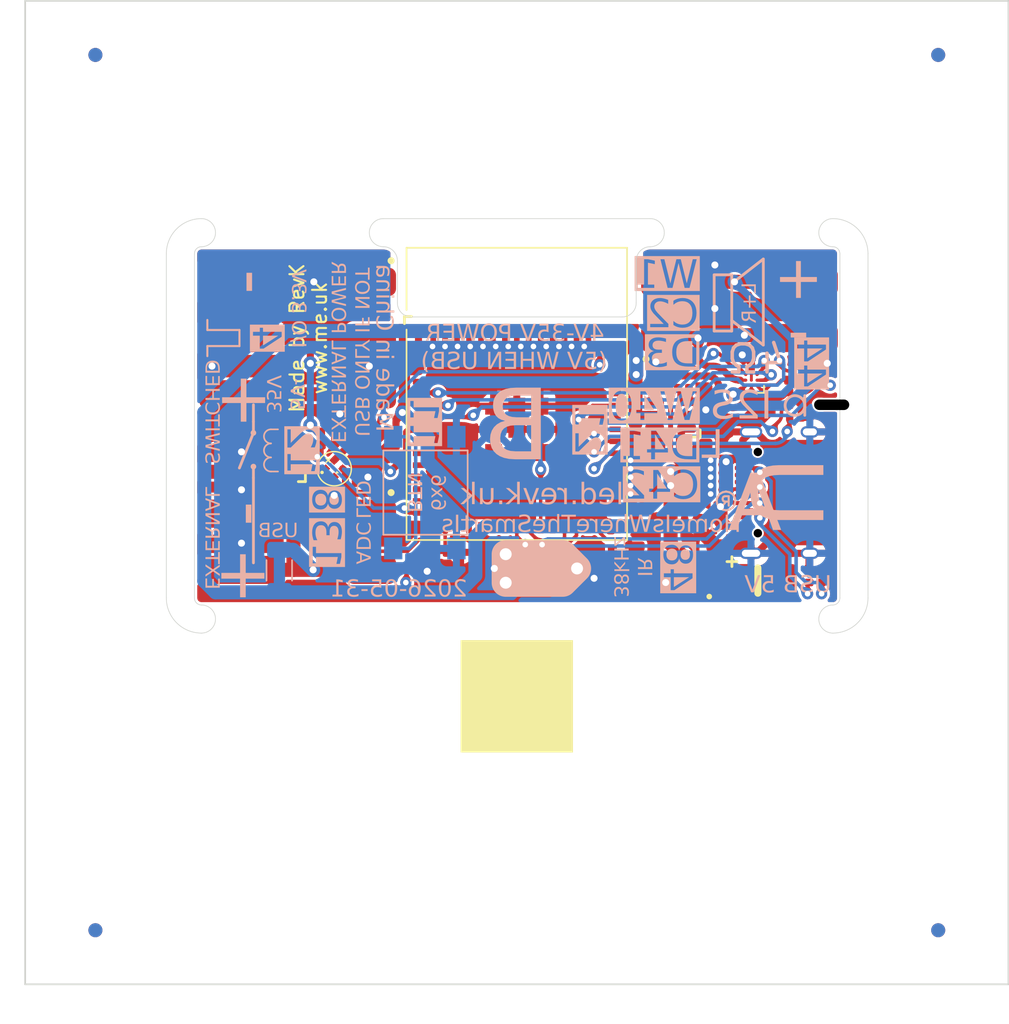
<source format=kicad_pcb>
(kicad_pcb (version 20241129) (generator "pcbnew") (generator_version "9.0")
  (title_block (title "PCB-LED") (rev "1") (company "Adrian Kennard, Andrews & Arnold Ltd"))
  (layers (0 "F.Cu" signal) (2 "B.Cu" signal) (13 "F.Paste" user) (15 "B.Paste" user) (5 "F.SilkS" user "F.Silkscreen") (7 "B.SilkS" user "B.Silkscreen") (1 "F.Mask" user) (3 "B.Mask" user) (25 "Edge.Cuts" user) (39 "User.1" signal) (41 "User.2" signal))
  (net 0 "")
  (net 1 "GND")
  (net 2 "+3V3")
  (net 3 "Net-(J5-CC1)")
  (net 4 "D+")
  (net 5 "D-")
  (net 7 "Net-(J5-CC2)")
  (net 9 "Net-(U6-EN)")
  (net 12 "RELAY")
  (net 13 "ADC")
  (net 19 "DC")
  (net 20 "Net-(J1-Pin_2)")
  (net 28 "Net-(R7-Pad1)")
  (net 29 "MICWS")
  (net 30 "MICSD")
  (net 33 "PUSH")
  (net 34 "MICSCK")
  (net 35 "SKPSCK")
  (net 36 "Net-(J4-Pin_2)")
  (net 37 "SKPPWR")
  (net 38 "Net-(J4-Pin_1)")
  (net 39 "SKPWS")
  (net 40 "SKPSD")
  (net 41 "Net-(J2-Pin_3)")
  (net 42 "Net-(J6-Pin_2)")
  (net 44 "Net-(U2-~{SD_MODE})")
  (net 45 "LED1")
  (net 46 "LED2")
  (net 49 "Net-(U5-VCC)")
  (net 50 "IR")
  (net 51 "SDA")
  (net 52 "SCL")
  (footprint "RevK:L_4x4_" (layer "F.Cu") (at 110.95 99.085)
    (property "Reference" "L2" (hide yes))
    (property "Value" "10uH")
  )
  (footprint "RevK:SO-4_4.4x4.3mm_P2.54mm" (layer "F.Cu") (at 81.05 97.25 90)
    (property "Reference" "U3" (hide yes))
    (property "Value" "Relay")
  )
  (footprint "RevK:DFN1006-2L" (layer "F.Cu") (at 86.5 95.7 180)
    (property "Reference" "D2" (hide yes))
    (property "Value" "~")
  )
  (footprint "RevK:R_0402" (layer "F.Cu") (at 95.5 104.25)
    (property "Reference" "R3" (hide yes))
    (property "Value" "10K" (hide yes))
  )
  (footprint "RevK:R_0402_" (layer "F.Cu") (at 109.15 92.585)
    (property "Reference" "R15" (hide yes))
    (property "Value" "1M" (hide yes))
  )
  (footprint "RevK:C_0603_" (layer "F.Cu") (at 110.95 96.485)
    (property "Reference" "C12" (hide yes))
    (property "Value" "100nF")
  )
  (footprint "RevK:C_0603" (layer "F.Cu") (at 113.75 102 180)
    (property "Reference" "C5" (hide yes))
    (property "Value" "10uF 35V")
  )
  (footprint "RevK:WAGO-2060-452-998-404" (layer "F.Cu") (at 115.2 87 180)
    (property "Reference" "J4" (hide yes))
    (property "Value" "SPK")
  )
  (footprint "RevK:C_0402" (layer "F.Cu") (at 106.8 104.5 -90)
    (property "Reference" "C4" (hide yes))
    (property "Value" "4.7uF" (hide yes))
  )
  (footprint "RevK:VCUT70N" (layer "F.Cu") (at 100 82.5)
    (property "Reference" "V1" (hide yes))
    (property "Value" "~")
  )
  (footprint "RevK:WLP-1.437mmx1.347mm-0.21mm-ball" (layer "F.Cu") (at 116.7 92)
    (property "Reference" "U2" (hide yes))
    (property "Value" "MAX98357A")
  )
  (footprint "RevK:R_0402" (layer "F.Cu") (at 90 95.7 180)
    (property "Reference" "R2" (hide yes))
    (property "Value" "10K" (hide yes))
  )
  (footprint "RevK:CP_EIA-3528-21_Kemet-B" (layer "F.Cu") (at 117.6625 106.2625 180)
    (property "Reference" "C1" (hide yes))
    (property "Value" "220uF Tant")
  )
  (footprint "RevK:R_0402_" (layer "F.Cu") (at 112.750001 92.585)
    (property "Reference" "R14" (hide yes))
    (property "Value" "39k2" (hide yes))
  )
  (footprint "RevK:SMD-4P,4x5mm" (layer "F.Cu") (at 111.3 105.1 180)
    (property "Reference" "U5" (hide yes))
    (property "Value" "IRM-H638T/TR2")
  )
  (footprint "RevK:USB-C-Socket-H" (layer "F.Cu") (at 117.16 100 90)
    (property "Reference" "J5" (hide yes))
    (property "Value" "USB-C-Socket-H")
  )
  (footprint "RevK:R_0402_" (layer "F.Cu") (at 110.95 92.585)
    (property "Reference" "R4" (hide yes))
    (property "Value" "124k" (hide yes))
  )
  (footprint "RevK:SMD1010" (layer "F.Cu") (at 87 98.3 45)
    (property "Reference" "D1" (hide yes))
    (property "Value" "XL-1010RGBC-WS2812B" (hide yes))
  )
  (footprint "RevK:R_0402" (layer "F.Cu") (at 108.2 105.1)
    (property "Reference" "R9" (hide yes))
    (property "Value" "100R" (hide yes))
  )
  (footprint "RevK:C_0402" (layer "F.Cu") (at 118.1 93.75 -90)
    (property "Reference" "C14" (hide yes))
    (property "Value" "100nF" (hide yes))
  )
  (footprint "RevK:C_0402" (layer "F.Cu") (at 88.2 95.7 180)
    (property "Reference" "C9" (hide yes))
    (property "Value" "1uF" (hide yes))
  )
  (footprint "RevK:VCUT70N" (layer "F.Cu") (at 100 108 180)
    (property "Reference" "V2" (hide yes))
    (property "Value" "~")
  )
  (footprint "RevK:R_0402" (layer "F.Cu") (at 93.75 104.25)
    (property "Reference" "R1" (hide yes))
    (property "Value" "124K" (hide yes))
  )
  (footprint "RevK:PCB7070" (layer "F.Cu") (at 100 100)
    (property "Reference" "PCB1" (hide yes))
    (property "Value" "70x70" (hide yes))
    (fp_line (start -35 -35) (end 35 -35) (stroke (width 0.12)) (layer "Edge.Cuts"))
    (fp_line (start -35 35) (end -35 -35) (stroke (width 0.12)) (layer "Edge.Cuts"))
    (fp_line (start 35 -35) (end 35 35) (stroke (width 0.12)) (layer "Edge.Cuts"))
    (fp_line (start 35 35) (end -35 35) (stroke (width 0.12)) (layer "Edge.Cuts"))
  )
  (footprint "RevK:SOT-23-6-MD8942" (layer "F.Cu") (at 110.95 94.485)
    (property "Reference" "U7" (hide yes))
    (property "Value" "MD8942")
  )
  (footprint "RevK:C_0603" (layer "F.Cu") (at 109.2 101.9 180)
    (property "Reference" "C3" (hide yes))
    (property "Value" "22uF")
  )
  (footprint "RevK:R_0402" (layer "F.Cu") (at 120.8 105.9 90)
    (property "Reference" "R5" (hide yes))
    (property "Value" "5K1" (hide yes))
  )
  (footprint "RevK:VEML6040" (layer "F.Cu") (at 102 105.4 180)
    (property "Reference" "U8" (hide yes))
    (property "Value" "VEML6040")
  )
  (footprint "RevK:ICS43434_MEMS_Mic_Open" (layer "F.Cu") (at 120.715 93.75)
    (property "Reference" "U1" (hide yes))
    (property "Value" "ICS43434_MEMS_Mic")
  )
  (footprint "RevK:C_0402" (layer "F.Cu") (at 116.7 93.75 -90)
    (property "Reference" "C13" (hide yes))
    (property "Value" "10uF" (hide yes))
  )
  (footprint "RevK:C_0603_" (layer "F.Cu") (at 108.45 95.785 90)
    (property "Reference" "C10" (hide yes))
    (property "Value" "10uF 35V")
  )
  (footprint "RevK:C_0402" (layer "F.Cu") (at 111.446745 101.979436)
    (property "Reference" "C2" (hide yes))
    (property "Value" "100nF" (hide yes))
  )
  (footprint "RevK:R_0402" (layer "F.Cu") (at 121.7 105.9 -90)
    (property "Reference" "R6" (hide yes))
    (property "Value" "5K1" (hide yes))
  )
  (footprint "RevK:C_0402" (layer "F.Cu") (at 91.35 96.2 -90)
    (property "Reference" "C7" (hide yes))
    (property "Value" "10uF" (hide yes))
  )
  (footprint "RevK:R_0402" (layer "F.Cu") (at 119.8 92)
    (property "Reference" "R8" (hide yes))
    (property "Value" "634K" (hide yes))
  )
  (footprint "RevK:C_0402" (layer "F.Cu") (at 110 91.6 180)
    (property "Reference" "C8" (hide yes))
    (property "Value" "10uF" (hide yes))
  )
  (footprint "RevK:C_0603_" (layer "F.Cu") (at 113.45 95.785 90)
    (property "Reference" "C11" (hide yes))
    (property "Value" "10uF 6.3V")
  )
  (footprint "RevK:R_0402" (layer "F.Cu") (at 84.3 97.45)
    (property "Reference" "R7" (hide yes))
    (property "Value" "1K" (hide yes))
  )
  (footprint "RevK:DFN1006-2L" (layer "F.Cu") (at 85.7 96.6)
    (property "Reference" "D3" (hide yes))
    (property "Value" "~")
  )
  (footprint "RevK:WAGO-2060-452-998-404" (layer "F.Cu") (at 85.05 103.5)
    (property "Reference" "J6" (hide yes))
    (property "Value" "Power")
  )
  (footprint "RevK:ESP32-S3-MINI-1" (layer "F.Cu") (at 100 95.5)
    (property "Reference" "U6" (hide yes))
    (property "Value" "ESP32-S3-MINI-1" (hide yes))
  )
  (footprint "RevK:WAGO-2060-453-998-404" (layer "F.Cu") (at 85.05 89)
    (property "Reference" "J2" (hide yes))
    (property "Value" "LED")
  )
  (footprint "RevK:SW_Push_1P1T_NO_6x6mm" (layer "B.Cu") (at 93.45 100 -90)
    (property "Reference" "SW1" (hide yes))
    (property "Value" "Button")
  )
  (footprint "RevK:Pad_1206_0805_Bridged" (layer "B.Cu") (at 83.1 105.5375 -90)
    (property "Reference" "JP1" (hide yes))
    (property "Value" "PWR")
  )
  (footprint "RevK:AA-Pad" (layer "B.Cu") (at 100 95.5 180)
    (property "Reference" "J1" (hide yes))
    (property "Value" "Reset")
  )
  (footprint "RevK:Tag-Connect_TC2030-IDC-NL_2x03_P1.27mm_Vertical" (layer "B.Cu") (at 101.75 105.4 180)
    (property "Reference" "J3" (hide yes))
    (property "Value" "TC2030-USB-NL-DS")
  )
  (gr_circle (center 87 98.3) (end 88.220656 98.3) (stroke (width 0.1)) (fill no) (layer "F.SilkS"))
  (gr_rect (start 96 110.5) (end 104 118.5) (fill yes) (layer "F.SilkS"))
  (gr_line (start 96.5 103) (end 90.5 103) (stroke (width 0.12)) (layer "B.SilkS"))
  (gr_arc (start 82.5 98.5) (mid 82 98) (end 82.5 97.5) (stroke (width 0.12)) (layer "B.SilkS"))
  (gr_line (start 96.5 97) (end 96.5 103) (stroke (width 0.12)) (layer "B.SilkS"))
  (gr_line (start 81.249991 95.749996) (end 80.250009 98.250003) (stroke (width 0.2)) (layer "B.SilkS"))
  (gr_line (start 117.55 89.5) (end 115.3 87.75) (stroke (width 0.2)) (layer "B.SilkS"))
  (gr_line (start 117.55 83.375) (end 115.3 85.125) (stroke (width 0.2)) (layer "B.SilkS"))
  (gr_line (start 114.05 88.5) (end 115.3 88.5) (stroke (width 0.2)) (layer "B.SilkS"))
  (gr_line (start 81.249991 98.149996) (end 81.249991 98.949996) (stroke (width 0.2)) (layer "B.SilkS"))
  (gr_circle (center 81.249991 95.749996) (end 81.049991 95.749996) (fill yes) (layer "B.SilkS"))
  (gr_line (start 90.5 97) (end 96.5 97) (stroke (width 0.12)) (layer "B.SilkS"))
  (gr_line (start 115.3 84.5) (end 115.3 88.5) (stroke (width 0.2)) (layer "B.SilkS"))
  (gr_line (start 81.249991 94.949996) (end 81.249991 93.749996) (stroke (width 0.2)) (layer "B.SilkS"))
  (gr_line (start 115.3 84.5) (end 114.05 84.5) (stroke (width 0.2)) (layer "B.SilkS"))
  (gr_line (start 81.249991 94.949996) (end 81.249991 95.749996) (stroke (width 0.2)) (layer "B.SilkS"))
  (gr_line (start 83 98.5) (end 82.5 98.5) (stroke (width 0.12)) (layer "B.SilkS"))
  (gr_line (start 90.5 103) (end 90.5 97) (stroke (width 0.12)) (layer "B.SilkS"))
  (gr_circle (center 81.249991 98.149996) (end 81.049991 98.149996) (fill yes) (layer "B.SilkS"))
  (gr_line (start 120.5 94.5) (end 120.5 93.1) (stroke (width 0.2)) (layer "B.SilkS"))
  (gr_line (start 83 95.5) (end 82.5 95.5) (stroke (width 0.12)) (layer "B.SilkS"))
  (gr_circle (center 119.8 93.8) (end 120.5 93.8) (stroke (width 0.2)) (fill no) (layer "B.SilkS"))
  (gr_line (start 117.55 83.375) (end 117.55 89.5) (stroke (width 0.2)) (layer "B.SilkS"))
  (gr_arc (start 82.5 96.5) (mid 82 96) (end 82.5 95.5) (stroke (width 0.12)) (layer "B.SilkS"))
  (gr_arc (start 82.5 97.5) (mid 82 97) (end 82.5 96.5) (stroke (width 0.12)) (layer "B.SilkS"))
  (gr_line (start 81.249991 98.949996) (end 81.249991 105) (stroke (width 0.2)) (layer "B.SilkS"))
  (gr_line (start 114.05 84.5) (end 114.05 88.5) (stroke (width 0.2)) (layer "B.SilkS"))
  (gr_line (start 91.500001 83.5) (end 91.5 86.5) (stroke (width 0.05)) (layer "Edge.Cuts"))
  (gr_line (start 92.5 87.5) (end 107.5 87.5) (stroke (width 0.05)) (layer "Edge.Cuts"))
  (gr_arc (start 77.05 83) (mid 77.196447 82.646447) (end 77.55 82.5) (stroke (width 0.05)) (layer "Edge.Cuts"))
  (gr_arc (start 125 107.5) (mid 124.267767 109.267767) (end 122.5 110) (stroke (width 0.05)) (layer "Edge.Cuts"))
  (gr_arc (start 108.5 83.5) (mid 108.792893 82.792893) (end 109.5 82.5) (stroke (width 0.05)) (layer "Edge.Cuts"))
  (gr_arc (start 92.5 87.5) (mid 91.792893 87.207107) (end 91.5 86.5) (stroke (width 0.05)) (layer "Edge.Cuts"))
  (gr_line (start 125 83) (end 125 107.5) (stroke (width 0.05)) (layer "Edge.Cuts"))
  (gr_arc (start 122.5 110) (mid 121.5 109) (end 122.5 108) (stroke (width 0.05)) (layer "Edge.Cuts"))
  (gr_arc (start 109.5 80.5) (mid 110.5 81.5) (end 109.5 82.5) (stroke (width 0.05)) (layer "Edge.Cuts"))
  (gr_arc (start 122.5 82.5) (mid 122.853553 82.646447) (end 123 83) (stroke (width 0.05)) (layer "Edge.Cuts"))
  (gr_arc (start 123 107.5) (mid 122.853553 107.853553) (end 122.5 108) (stroke (width 0.05)) (layer "Edge.Cuts"))
  (gr_line (start 90.500001 80.5) (end 109.5 80.5) (stroke (width 0.05)) (layer "Edge.Cuts"))
  (gr_line (start 123 83) (end 123 107.5) (stroke (width 0.05)) (layer "Edge.Cuts"))
  (gr_arc (start 77.55 108) (mid 78.55 109) (end 77.55 110) (stroke (width 0.05)) (layer "Edge.Cuts"))
  (gr_arc (start 122.5 80.5) (mid 124.267767 81.232233) (end 125 83) (stroke (width 0.05)) (layer "Edge.Cuts"))
  (gr_arc (start 77.55 108) (mid 77.196447 107.853553) (end 77.05 107.5) (stroke (width 0.05)) (layer "Edge.Cuts"))
  (gr_arc (start 122.5 82.5) (mid 121.5 81.5) (end 122.5 80.5) (stroke (width 0.05)) (layer "Edge.Cuts"))
  (gr_arc (start 75.05 83) (mid 75.782233 81.232233) (end 77.55 80.5) (stroke (width 0.05)) (layer "Edge.Cuts"))
  (gr_line (start 77.05 83) (end 77.05 107.5) (stroke (width 0.05)) (layer "Edge.Cuts"))
  (gr_arc (start 108.5 86.5) (mid 108.207107 87.207107) (end 107.5 87.5) (stroke (width 0.05)) (layer "Edge.Cuts"))
  (gr_arc (start 77.55 80.5) (mid 78.55 81.5) (end 77.55 82.5) (stroke (width 0.05)) (layer "Edge.Cuts"))
  (gr_line (start 108.5 83.5) (end 108.5 86.5) (stroke (width 0.05)) (layer "Edge.Cuts"))
  (gr_line (start 75.05 83) (end 75.05 107.5) (stroke (width 0.05)) (layer "Edge.Cuts"))
  (gr_arc (start 90.500001 82.5) (mid 89.500001 81.5) (end 90.500001 80.5) (stroke (width 0.05)) (layer "Edge.Cuts"))
  (gr_arc (start 90.500001 82.5) (mid 91.207108 82.792893) (end 91.500001 83.5) (stroke (width 0.05)) (layer "Edge.Cuts"))
  (gr_arc (start 77.55 110) (mid 75.782233 109.267767) (end 75.05 107.5) (stroke (width 0.05)) (layer "Edge.Cuts"))
  (gr_text "Made by RevK\nwww.me.uk" (at 86.55 89 90) (layer "F.SilkS") (effects (font (size 1 1)) (justify bottom)))
  (gr_text "HomeIsWhereTheSmartIs" (at 105.3 102.3 0) (layer "B.SilkS") (effects (font (size 1.2 1.2)) (justify mirror)))
  (gr_text "5V-\n35V" (at 84.9 93 270) (layer "B.SilkS") (effects (font (size 1 1)) (justify top mirror)))
  (gr_text "C42" (at 113 99.6 0) (layer "B.SilkS" knockout) (effects (font (size 2 2)) (justify left mirror)))
  (gr_text "D41" (at 113.05 96.8 0) (layer "B.SilkS" knockout) (effects (font (size 2 2)) (justify left mirror)))
  (gr_text "L+R" (at 116.6 86.5 90) (layer "B.SilkS") (effects (font (size 1 1)) (justify mirror)))
  (gr_text "LED" (at 89 100.5 270) (layer "B.SilkS") (effects (font (size 1 1)) (justify mirror)))
  (gr_text "IR\n38kHz" (at 108.2 105.3 270) (layer "B.SilkS") (effects (font (size 1 1)) (justify mirror)))
  (gr_text "12" (at 84.5 97 270) (layer "B.SilkS" knockout) (effects (font (size 2 2)) (justify mirror)))
  (gr_text "6x6\nBTN" (at 93.5 100 270) (layer "B.SilkS") (effects (font (size 1 1)) (justify mirror)))
  (gr_text "44" (at 120.8 90.8 -90) (layer "B.SilkS" knockout) (effects (font (size 2 2)) (justify mirror)))
  (gr_text "4V-35V POWER" (at 99.85 88 0) (layer "B.SilkS") (effects (font (size 1.2 1.2)) (justify top mirror)))
  (gr_text "C2" (at 112.95 87.4 0) (layer "B.SilkS" knockout) (effects (font (size 2 2)) (justify left mirror)))
  (gr_text "-" (at 120.05 88.7 0) (layer "B.SilkS") (effects (font (size 3 3)) (justify mirror)))
  (gr_text "${CURRENT_DATE}" (at 91.6 106.2 0) (layer "B.SilkS") (effects (font (size 1.2 1.2)) (justify top mirror)))
  (gr_text "-" (at 80.8 101.5 90) (layer "B.SilkS") (effects (font (size 3.5 3.5)) (justify mirror)))
  (gr_text "+" (at 80.55 93.5 0) (layer "B.SilkS") (effects (font (size 3.5 3.5)) (justify mirror)))
  (gr_text "U" (at 118.8 100 -90) (layer "B.SilkS") (effects (font (size 5 5)) (justify mirror)))
  (gr_text "I/O 3.3V" (at 85 86.9 270) (layer "B.SilkS") (effects (font (size 1 1)) (justify top mirror)))
  (gr_text "21" (at 105 95.5 -90) (layer "B.SilkS" knockout) (effects (font (size 2 2)) (justify mirror)))
  (gr_text "4" (at 82.05 89 270) (layer "B.SilkS" knockout) (effects (font (size 2 2)) (justify mirror)))
  (gr_text "8" (at 86.3 100.5 270) (layer "B.SilkS" knockout) (effects (font (size 2 2)) (justify mirror)))
  (gr_text "®" (at 115.85 101.2 0) (layer "B.SilkS") (effects (font (size 1 1)) (justify left bottom mirror)))
  (gr_text "+" (at 80.5 106 0) (layer "B.SilkS") (effects (font (size 3.5 3.5)) (justify mirror)))
  (gr_text "I2S" (at 113.8 93.9 0) (layer "B.SilkS") (effects (font (size 2 2)) (justify right mirror)))
  (gr_text "led.revk.uk" (at 101.8 100.2 0) (layer "B.SilkS") (effects (font (size 1.5 1.5)) (justify mirror)))
  (gr_text "W1" (at 112.9 84.6 0) (layer "B.SilkS" knockout) (effects (font (size 2 2)) (justify left mirror)))
  (gr_text "USB ONLY IF NOT\nEXTERNAL POWER" (at 89.5 90 270) (layer "B.SilkS") (effects (font (size 1 1)) (justify top mirror)))
  (gr_text "-" (at 80.85 85 90) (layer "B.SilkS") (effects (font (size 3.5 3.5)) (justify mirror)))
  (gr_text "W40" (at 112.9 94 0) (layer "B.SilkS" knockout) (effects (font (size 2 2)) (justify left mirror)))
  (gr_text "4Ω" (at 117.05 90.5 0) (layer "B.SilkS") (effects (font (size 2 2) (thickness 0.25)) (justify mirror)))
  (gr_text "EXTERNAL" (at 78.25 103.25 270) (layer "B.SilkS") (effects (font (size 1 1)) (justify mirror)))
  (gr_text "L" (at 113.15 96.7 0) (layer "B.SilkS") (effects (font (size 2 2)) (justify right mirror)))
  (gr_text "13" (at 86.3 103.6 270) (layer "B.SilkS" knockout) (effects (font (size 2 2)) (justify mirror)))
  (gr_text "USB 5V" (at 119.3 105.9 0) (layer "B.SilkS") (effects (font (size 1.2 1.2)) (justify top mirror)))
  (gr_text "+" (at 120.05 84.9 0) (layer "B.SilkS") (effects (font (size 3 3)) (justify mirror)))
  (gr_text "Made in China" (at 90.5 89.7 -90) (layer "B.SilkS") (effects (font (size 1.2 1.2)) (justify mirror)))
  (gr_text "SWITCHED" (at 78.25 94.25 270) (layer "B.SilkS") (effects (font (size 1 1)) (justify mirror)))
  (gr_text "(5V WHEN USB)" (at 99.8 90 0) (layer "B.SilkS") (effects (font (size 1.2 1.2)) (justify top mirror)))
  (gr_text "D3" (at 113.05 90.2 0) (layer "B.SilkS" knockout) (effects (font (size 2 2)) (justify left mirror)))
  (gr_text "⎍" (at 79.35 89 -90) (layer "B.SilkS") (effects (font (size 3 3)) (justify mirror)))
  (gr_text "48" (at 111.3 105.3 270) (layer "B.SilkS" knockout) (effects (font (size 2 2)) (justify mirror)))
  (gr_text "USB" (at 83 102.75 0) (layer "B.SilkS") (effects (font (size 1 1)) (justify mirror)))
  (gr_text "ADC" (at 89 103.6 270) (layer "B.SilkS") (effects (font (size 1 1)) (justify mirror)))
  (gr_text "A" (at 116.95 101 0) (layer "B.SilkS") (effects (font (size 4 4)) (justify mirror)))
  (gr_text "11" (at 93.25 95 -90) (layer "B.SilkS" knockout) (effects (font (size 2 2)) (justify mirror)))
  (segment (start 116.098994 90.198994) (end 116.7 90.8) (width 0.5) (layer "F.Cu") (net 1))
  (segment (start 93 102.5) (end 90.65 102.5) (width 1) (layer "F.Cu") (net 1))
  (segment (start 117.32 94.25) (end 117.135 94.435) (width 0.5) (layer "F.Cu") (net 1))
  (segment (start 80.4 101.5) (end 80.4 103.6) (width 1) (layer "F.Cu") (net 1))
  (segment (start 88.3 101.5) (end 87 100.2) (width 1) (layer "F.Cu") (net 1))
  (segment (start 91.35 96.7) (end 90.8 96.7) (width 0.5) (layer "F.Cu") (net 1))
  (segment (start 116.198132 90.198994) (end 116.04914 90.198994) (width 0.5) (layer "F.Cu") (net 1))
  (segment (start 117.07 104.32) (end 120.3 101.09) (width 0.5) (layer "F.Cu") (net 1))
  (segment (start 117.135 95.215) (end 117.135 94.6) (width 0.5) (layer "F.Cu") (net 1))
  (segment (start 114.8 95.01) (end 116 95.01) (width 0.5) (layer "F.Cu") (net 1))
  (segment (start 118.1 94.25) (end 117.485 94.25) (width 0.5) (layer "F.Cu") (net 1))
  (segment (start 117.1 94.25) (end 118.1 94.25) (width 0.5) (layer "F.Cu") (net 1))
  (segment (start 116.67 103.78) (end 116.09 103.2) (width 0.5) (layer "F.Cu") (net 1))
  (segment (start 116.04914 90.198994) (end 116.098994 90.198994) (width 0.5) (layer "F.Cu") (net 1))
  (segment (start 117.485 94.25) (end 117.135 94.6) (width 0.5) (layer "F.Cu") (net 1))
  (segment (start 117.135 94.435) (end 116.56 95.01) (width 0.5) (layer "F.Cu") (net 1))
  (segment (start 87.025 96.475) (end 87.025 95.7) (width 0.5) (layer "F.Cu") (net 1))
  (segment (start 116.67 104.32) (end 116.67 103.78) (width 0.5) (layer "F.Cu") (net 1))
  (segment (start 118.1 94.25) (end 117.32 94.25) (width 0.5) (layer "F.Cu") (net 1))
  (segment (start 114.2 103.83) (end 116.18 103.83) (width 1) (layer "F.Cu") (net 1))
  (segment (start 89.65 101.5) (end 88.3 101.5) (width 1) (layer "F.Cu") (net 1))
  (segment (start 116.67 94.68) (end 117.1 94.25) (width 0.5) (layer "F.Cu") (net 1))
  (segment (start 114.670542 95.01) (end 113.45 95.01) (width 0.5) (layer "F.Cu") (net 1))
  (segment (start 117.07 95.72208) (end 120.25792 98.91) (width 0.5) (layer "F.Cu") (net 1))
  (segment (start 87 98.901041) (end 87 100.2) (width 0.5) (layer "F.Cu") (net 1))
  (segment (start 116.7 94.25) (end 117.1 94.25) (width 0.5) (layer "F.Cu") (net 1))
  (segment (start 116.7 90.8) (end 116.7 91.206909) (width 0.5) (layer "F.Cu") (net 1))
  (segment (start 80.4 85) (end 85.55 85) (width 1) (layer "F.Cu") (net 1))
  (segment (start 116.7 94.25) (end 116.298031 94.651969) (width 0.5) (layer "F.Cu") (net 1))
  (segment (start 116.67 95.68) (end 118.1 94.25) (width 0.5) (layer "F.Cu") (net 1))
  (segment (start 116.56 95.01) (end 116.67 94.9) (width 0.5) (layer "F.Cu") (net 1))
  (segment (start 90.65 102.5) (end 89.65 101.5) (width 1) (layer "F.Cu") (net 1))
  (segment (start 115.028573 94.651969) (end 114.670542 95.01) (width 0.5) (layer "F.Cu") (net 1))
  (segment (start 114.8 95.01) (end 113.45 95.01) (width 0.5) (layer "F.Cu") (net 1))
  (segment (start 87.8 95.7) (end 87.025 95.7) (width 0.5) (layer "F.Cu") (net 1))
  (segment (start 104.15 93.85) (end 101.65 93.85) (width 0.5) (layer "F.Cu") (net 1))
  (segment (start 85.55 85) (end 89.65 85) (width 1) (layer "F.Cu") (net 1))
  (segment (start 89.4 98.1) (end 89.4 98.9) (width 0.5) (layer "F.Cu") (net 1))
  (segment (start 85.275 96.6) (end 84.67 96.6) (width 0.5) (layer "F.Cu") (net 1))
  (segment (start 117.135 94.6) (end 117.135 94.435) (width 0.5) (layer "F.Cu") (net 1))
  (segment (start 116.09 96.8) (end 116.09 96.26) (width 0.5) (layer "F.Cu") (net 1))
  (segment (start 116.67 95.68) (end 116.67 94.9) (width 0.5) (layer "F.Cu") (net 1))
  (segment (start 114.8 95.01) (end 116.56 95.01) (width 0.5) (layer "F.Cu") (net 1))
  (segment (start 116.67 94.28) (end 116.7 94.25) (width 0.5) (layer "F.Cu") (net 1))
  (segment (start 107 92.1) (end 105.9 92.1) (width 0.5) (layer "F.Cu") (net 1))
  (segment (start 87.7 95.7) (end 87.7 94.7) (width 0.5) (layer "F.Cu") (net 1))
  (segment (start 116.67 94.9) (end 116.67 94.28) (width 0.5) (layer "F.Cu") (net 1))
  (segment (start 116.7 92) (end 116.7 91.3) (width 0.2) (layer "F.Cu") (net 1))
  (segment (start 87.7 94.7) (end 87.4 94.4) (width 0.5) (layer "F.Cu") (net 1))
  (segment (start 116.18 103.83) (end 116.67 104.32) (width 1) (layer "F.Cu") (net 1))
  (segment (start 80.4 101.5) (end 80.4 99.8) (width 1) (layer "F.Cu") (net 1))
  (segment (start 105.9 92.1) (end 104.15 93.85) (width 0.5) (layer "F.Cu") (net 1))
  (segment (start 116.7 94.25) (end 115.94 95.01) (width 0.5) (layer "F.Cu") (net 1))
  (segment (start 116.298031 94.651969) (end 115.028573 94.651969) (width 0.5) (layer "F.Cu") (net 1))
  (segment (start 112.975 102) (end 112.975 102.605) (width 1) (layer "F.Cu") (net 1))
  (segment (start 116 95.01) (end 116.67 95.68) (width 0.5) (layer "F.Cu") (net 1))
  (segment (start 116.67 95.68) (end 116.67 94.68) (width 0.5) (layer "F.Cu") (net 1))
  (segment (start 84.67 96.6) (end 84.05 95.98) (width 0.5) (layer "F.Cu") (net 1))
  (segment (start 90.8 96.7) (end 89.4 98.1) (width 0.5) (layer "F.Cu") (net 1))
  (segment (start 116.09 96.26) (end 116.67 95.68) (width 0.5) (layer "F.Cu") (net 1))
  (segment (start 86.9 96.6) (end 87.025 96.475) (width 0.5) (layer "F.Cu") (net 1))
  (segment (start 116.67 95.68) (end 117.135 95.215) (width 0.5) (layer "F.Cu") (net 1))
  (segment (start 112.975 102.605) (end 114.2 103.83) (width 1) (layer "F.Cu") (net 1))
  (via (at 87 100.2) (size 1) (drill 0.5) (layers "F.Cu" "B.Cu") (net 1))
  (via (at 105.5 106.1) (size 1) (drill 0.5) (layers "F.Cu" "B.Cu") (net 1))
  (via (at 87.4 94.4) (size 1) (drill 0.5) (layers "F.Cu" "B.Cu") (net 1))
  (via (at 108.1 98.9) (size 0.8) (drill 0.4) (layers "F.Cu" "B.Cu") (net 1))
  (via (at 109.9 90.7) (size 1) (drill 0.5) (layers "F.Cu" "B.Cu") (net 1))
  (via (at 113.8 97.7) (size 0.8) (drill 0.4) (layers "F.Cu" "B.Cu") (net 1))
  (via (at 113.8 98.3) (size 0.8) (drill 0.4) (layers "F.Cu" "B.Cu") (net 1))
  (via (at 113.8 100.1) (size 0.8) (drill 0.4) (layers "F.Cu" "B.Cu") (net 1))
  (via (at 102.09147 89.6) (size 0.8) (drill 0.4) (layers "F.Cu" "B.Cu") (net 1))
  (via (at 101.183917 89.6) (size 0.8) (drill 0.4) (layers "F.Cu" "B.Cu") (net 1))
  (via (at 122.1 90.8) (size 1) (drill 0.5) (layers "F.Cu" "B.Cu") (net 1))
  (via (at 114.1 83.8) (size 1) (drill 0.5) (layers "F.Cu" "B.Cu") (net 1))
  (via (at 104.8 89.6) (size 0.8) (drill 0.4) (layers "F.Cu" "B.Cu") (net 1))
  (via (at 78.3 91) (size 1) (drill 0.5) (layers "F.Cu" "B.Cu") (net 1))
  (via (at 114.1 86.9) (size 1) (drill 0.5) (layers "F.Cu" "B.Cu") (net 1))
  (via (at 98.4 105.4) (size 1) (drill 0.5) (layers "F.Cu" "B.Cu") (net 1))
  (via (at 100.284272 89.6) (size 0.8) (drill 0.4) (layers "F.Cu" "B.Cu") (net 1))
  (via (at 108.1 97.7) (size 0.8) (drill 0.4) (layers "F.Cu" "B.Cu") (net 1))
  (via (at 93.617346 105.6) (size 1) (drill 0.5) (layers "F.Cu" "B.Cu") (net 1))
  (via (at 80.4 97.1) (size 1) (drill 0.5) (layers "F.Cu" "B.Cu") (net 1))
  (via (at 103 89.6) (size 0.8) (drill 0.4) (layers "F.Cu" "B.Cu") (net 1))
  (via (at 113.454695 94.110669) (size 1) (drill 0.5) (layers "F.Cu" "B.Cu") (net 1))
  (via (at 94 89.6) (size 0.8) (drill 0.4) (layers "F.Cu" "B.Cu") (net 1))
  (via (at 116.04914 90.198994) (size 1) (drill 0.5) (layers "F.Cu" "B.Cu") (net 1))
  (via (at 98.5 89.6) (size 0.8) (drill 0.4) (layers "F.Cu" "B.Cu") (net 1))
  (via (at 108.1 100.1) (size 0.8) (drill 0.4) (layers "F.Cu" "B.Cu") (net 1))
  (via (at 108.1 99.5) (size 0.8) (drill 0.4) (layers "F.Cu" "B.Cu") (net 1))
  (via (at 113.8 99.5) (size 0.8) (drill 0.4) (layers "F.Cu" "B.Cu") (net 1))
  (via (at 96.683917 89.6) (size 0.8) (drill 0.4) (layers "F.Cu" "B.Cu") (net 1))
  (via (at 108.1 98.3) (size 0.8) (drill 0.4) (layers "F.Cu" "B.Cu") (net 1))
  (via (at 103.9 89.6) (size 0.8) (drill 0.4) (layers "F.Cu" "B.Cu") (net 1))
  (via (at 97.59147 89.6) (size 0.8) (drill 0.4) (layers "F.Cu" "B.Cu") (net 1))
  (via (at 113.8 98.9) (size 0.8) (drill 0.4) (layers "F.Cu" "B.Cu") (net 1))
  (via (at 80.4 99.8) (size 1) (drill 0.5) (layers "F.Cu" "B.Cu") (net 1))
  (via (at 89.4 98.9) (size 1) (drill 0.5) (layers "F.Cu" "B.Cu") (net 1))
  (via (at 94.890546 89.6) (size 0.8) (drill 0.4) (layers "F.Cu" "B.Cu") (net 1))
  (via (at 85.55 85) (size 1) (drill 0.5) (layers "F.Cu" "B.Cu") (net 1))
  (via (at 95.784272 89.6) (size 0.8) (drill 0.4) (layers "F.Cu" "B.Cu") (net 1))
  (via (at 99.390546 89.6) (size 0.8) (drill 0.4) (layers "F.Cu" "B.Cu") (net 1))
  (via (at 89.5 91) (size 1) (drill 0.5) (layers "F.Cu" "B.Cu") (net 1))
  (via (at 110.6 106.4) (size 1) (drill 0.5) (layers "F.Cu" "B.Cu") (net 1))
  (via (at 80.4 103.6) (size 1) (drill 0.5) (layers "F.Cu" "B.Cu") (net 1))
  (segment (start 99.845 105.4) (end 100.48 106.035) (width 0.5) (layer "B.Cu") (net 1))
  (segment (start 98.4 105.4) (end 99.845 105.4) (width 0.5) (layer "B.Cu") (net 1))
  (segment (start 118.1 93.25) (end 118.492768 93.25) (width 0.5) (layer "F.Cu") (net 2))
  (segment (start 90.5 95.7) (end 91.4 95.7) (width 0.5) (layer "F.Cu") (net 2))
  (segment (start 110.45 92.585) (end 110.45 91.65) (width 0.5) (layer "F.Cu") (net 2))
  (segment (start 92.05 91.25) (end 92 91.3) (width 0.8) (layer "F.Cu") (net 2))
  (segment (start 112.4 105.1) (end 114.9625 105.1) (width 1) (layer "F.Cu") (net 2))
  (segment (start 110.946745 101.979436) (end 110.946745 103.646745) (width 1) (layer "F.Cu") (net 2))
  (segment (start 110.95 99.5) (end 111.448102 99.5) (width 1) (layer "F.Cu") (net 2))
  (segment (start 114.9625 105.1) (end 116.125 106.2625) (width 1) (layer "F.Cu") (net 2))
  (segment (start 101.05 105.75) (end 101.325 105.75) (width 0.25) (layer "F.Cu") (net 2))
  (segment (start 91.4 94.75) (end 91.85 94.3) (width 0.5) (layer "F.Cu") (net 2))
  (segment (start 109.425 106.756956) (end 109.425 105.825) (width 0.25) (layer "F.Cu") (net 2))
  (segment (start 110.95 98.5) (end 110.95 99.001898) (width 1) (layer "F.Cu") (net 2))
  (segment (start 110.1 105.1) (end 111.25 103.95) (width 0.25) (layer "F.Cu") (net 2))
  (segment (start 93 91.25) (end 92.05 91.25) (width 0.8) (layer "F.Cu") (net 2))
  (segment (start 110.946745 103.646745) (end 111.25 103.95) (width 1) (layer "F.Cu") (net 2))
  (segment (start 113.664855 91.702515) (end 113.575 91.7) (width 0.5) (layer "F.Cu") (net 2))
  (segment (start 109.975 101.9) (end 110.867309 101.9) (width 1) (layer "F.Cu") (net 2))
  (segment (start 109.425 105.825) (end 108.7 105.1) (width 0.25) (layer "F.Cu") (net 2))
  (segment (start 91.4 95.7) (end 91.4 94.75) (width 0.5) (layer "F.Cu") (net 2))
  (segment (start 88.228959 96.47) (end 89.93 96.47) (width 0.5) (layer "F.Cu") (net 2))
  (segment (start 92 91.3) (end 92 94.15) (width 0.8) (layer "F.Cu") (net 2))
  (segment (start 87 97.698959) (end 88.228959 96.47) (width 0.5) (layer "F.Cu") (net 2))
  (segment (start 114.372485 92.410145) (end 114.332496 92.234941) (width 0.5) (layer "F.Cu") (net 2))
  (segment (start 115.431539 93.95) (end 115.331586 93.95) (width 0.5) (layer "F.Cu") (net 2))
  (segment (start 116.7 93.25) (end 116.7 92.793091) (width 0.5) (layer "F.Cu") (net 2))
  (segment (start 114.332496 92.234941) (end 114.254522 92.073028) (width 0.5) (layer "F.Cu") (net 2))
  (segment (start 101.325 105.75) (end 102.62 107.045) (width 0.25) (layer "F.Cu") (net 2))
  (segment (start 114.142475 91.932525) (end 114.001972 91.820478) (width 0.5) (layer "F.Cu") (net 2))
  (segment (start 114.001972 91.820478) (end 113.990597 91.815) (width 0.5) (layer "F.Cu") (net 2))
  (segment (start 110.95 98.5) (end 111.037686 98.5) (width 1) (layer "F.Cu") (net 2))
  (segment (start 90.5 95.9) (end 90.5 95.7) (width 0.5) (layer "F.Cu") (net 2))
  (segment (start 116.7 93.25) (end 116.511977 93.25) (width 0.5) (layer "F.Cu") (net 2))
  (segment (start 110.95 99.001898) (end 111.448102 99.5) (width 1) (layer "F.Cu") (net 2))
  (segment (start 114.375 92.41266) (end 114.372485 92.410145) (width 0.5) (layer "F.Cu") (net 2))
  (segment (start 108.7 105.1) (end 110.1 105.1) (width 0.25) (layer "F.Cu") (net 2))
  (segment (start 110.6 91.7) (end 110.5 91.6) (width 0.5) (layer "F.Cu") (net 2))
  (segment (start 92 94.15) (end 91.85 94.3) (width 0.8) (layer "F.Cu") (net 2))
  (segment (start 110.946745 101.979436) (end 110.946745 99.1) (width 1) (layer "F.Cu") (net 2))
  (segment (start 113.990597 91.815) (end 113.840059 91.742504) (width 0.5) (layer "F.Cu") (net 2))
  (segment (start 114.375 93.028769) (end 114.375 92.41266) (width 0.5) (layer "F.Cu") (net 2))
  (segment (start 113.575 91.7) (end 110.6 91.7) (width 0.5) (layer "F.Cu") (net 2))
  (segment (start 112.45 99.085) (end 110.961745 99.085) (width 1) (layer "F.Cu") (net 2))
  (segment (start 118.980448 93.034553) (end 118.957501 93.057501) (width 0.5) (layer "F.Cu") (net 2))
  (segment (start 114.254522 92.073028) (end 114.142475 91.932525) (width 0.5) (layer "F.Cu") (net 2))
  (segment (start 102.62 107.045) (end 109.136956 107.045) (width 0.25) (layer "F.Cu") (net 2))
  (segment (start 89.93 96.47) (end 90.5 95.9) (width 0.5) (layer "F.Cu") (net 2))
  (segment (start 110.45 91.65) (end 110.5 91.6) (width 0.5) (layer "F.Cu") (net 2))
  (segment (start 111.25 103.95) (end 112.4 105.1) (width 1) (layer "F.Cu") (net 2))
  (segment (start 116.76562 93.277181) (end 118.03438 93.277181) (width 0.5) (layer "F.Cu") (net 2))
  (segment (start 116.734657 93.274187) (end 116.76562 93.277181) (width 0.5) (layer "F.Cu") (net 2))
  (segment (start 119.4 92.824) (end 119.426 92.85) (width 0.5) (layer "F.Cu") (net 2))
  (segment (start 113.840059 91.742504) (end 113.664855 91.702515) (width 0.5) (layer "F.Cu") (net 2))
  (segment (start 116.511977 93.25) (end 116.080989 93.680989) (width 0.5) (layer "F.Cu") (net 2))
  (segment (start 110.867309 101.9) (end 110.946745 101.979436) (width 1) (layer "F.Cu") (net 2))
  (segment (start 110.961745 99.085) (end 110.946745 99.1) (width 1) (layer "F.Cu") (net 2))
  (segment (start 109.136956 107.045) (end 109.425 106.756956) (width 0.25) (layer "F.Cu") (net 2))
  (via (at 91.85 94.3) (size 1) (drill 0.5) (layers "F.Cu" "B.Cu") (net 2))
  (via (at 110.95 99.5) (size 1) (drill 0.5) (layers "F.Cu" "B.Cu") (net 2))
  (via (at 110.95 98.5) (size 1) (drill 0.5) (layers "F.Cu" "B.Cu") (net 2))
  (arc (start 111.037686 98.5) (mid 111.802025 98.652037) (end 112.45 99.085) (width 1) (layer "F.Cu") (net 2))
  (arc (start 118.03438 93.277181) (mid 118.069893 93.270117) (end 118.1 93.25) (width 0.5) (layer "F.Cu") (net 2))
  (arc (start 115.331586 93.95) (mid 114.955949 93.875281) (end 114.6375 93.6625) (width 0.5) (layer "F.Cu") (net 2))
  (arc (start 111.448102 99.5) (mid 111.990325 99.392145) (end 112.45 99.085) (width 1) (layer "F.Cu") (net 2))
  (arc (start 116.080989 93.680989) (mid 115.783019 93.880086) (end 115.431539 93.95) (width 0.5) (layer "F.Cu") (net 2))
  (arc (start 119.426 92.85) (mid 119.184869 92.897964) (end 118.980448 93.034553) (width 0.5) (layer "F.Cu") (net 2))
  (arc (start 118.492768 93.25) (mid 118.74428 93.199971) (end 118.957501 93.057501) (width 0.5) (layer "F.Cu") (net 2))
  (arc (start 114.6375 93.6625) (mid 114.443221 93.371742) (end 114.375 93.028769) (width 0.5) (layer "F.Cu") (net 2))
  (segment (start 91.85 94.3) (end 91.9 94.3) (width 1) (layer "B.Cu") (net 2))
  (segment (start 109.25 101.2) (end 97.077486 101.2) (width 1) (layer "B.Cu") (net 2))
  (segment (start 110.95 99.5) (end 109.25 101.2) (width 1) (layer "B.Cu") (net 2))
  (segment (start 91.9 94.3) (end 93.65 96.05) (width 1) (layer "B.Cu") (net 2))
  (segment (start 93.65 97.772514) (end 94.738743 98.861257) (width 1) (layer "B.Cu") (net 2))
  (segment (start 93.65 96.05) (end 93.65 97.772514) (width 1) (layer "B.Cu") (net 2))
  (segment (start 97.077486 101.2) (end 94.738743 98.861257) (width 1) (layer "B.Cu") (net 2))
  (segment (start 110.95 99.5) (end 110.95 98.5) (width 1) (layer "B.Cu") (net 2))
  (segment (start 116.09 101.25) (end 116.75 101.25) (width 0.25) (layer "F.Cu") (net 3))
  (segment (start 116.75 101.25) (end 117.3 101.8) (width 0.25) (layer "F.Cu") (net 3))
  (segment (start 120.7 107.2) (end 120.7 106.5) (width 0.25) (layer "F.Cu") (net 3))
  (via (at 117.3 101.8) (size 0.8) (drill 0.4) (layers "F.Cu" "B.Cu") (net 3))
  (via (at 120.7 107.2) (size 0.8) (drill 0.4) (layers "F.Cu" "B.Cu") (net 3))
  (segment (start 119.435 104.387183) (end 119.435 105.935) (width 0.25) (layer "B.Cu") (net 3))
  (segment (start 117.3 101.8) (end 117.3 102.252183) (width 0.25) (layer "B.Cu") (net 3))
  (segment (start 119.435 105.935) (end 120.7 107.2) (width 0.25) (layer "B.Cu") (net 3))
  (segment (start 117.3 102.252183) (end 119.435 104.387183) (width 0.25) (layer "B.Cu") (net 3))
  (segment (start 116.95 99.25) (end 117.3 99.6) (width 0.25) (layer "F.Cu") (net 4))
  (segment (start 116.09 100.25) (end 116.774695 100.25) (width 0.25) (layer "F.Cu") (net 4))
  (segment (start 117.3 99.724695) (end 117.3 99.6) (width 0.25) (layer "F.Cu") (net 4))
  (segment (start 116.774695 100.25) (end 117.3 99.724695) (width 0.25) (layer "F.Cu") (net 4))
  (segment (start 116.09 99.25) (end 116.95 99.25) (width 0.25) (layer "F.Cu") (net 4))
  (segment (start 100.85 102.75) (end 101.8 103.7) (width 0.25) (layer "F.Cu") (net 4))
  (via (at 117.3 99.6) (size 0.8) (drill 0.4) (layers "F.Cu" "B.Cu") (net 4))
  (via (at 101.8 103.7) (size 0.8) (drill 0.4) (layers "F.Cu" "B.Cu") (net 4))
  (segment (start 117.2 99.6) (end 113.5 103.3) (width 0.25) (layer "B.Cu") (net 4))
  (segment (start 101.8 103.7) (end 101.8 104.715) (width 0.25) (layer "B.Cu") (net 4))
  (segment (start 102.2 103.3) (end 101.8 103.7) (width 0.25) (layer "B.Cu") (net 4))
  (segment (start 117.3 99.6) (end 117.2 99.6) (width 0.25) (layer "B.Cu") (net 4))
  (segment (start 113.5 103.3) (end 102.2 103.3) (width 0.25) (layer "B.Cu") (net 4))
  (segment (start 115.195 100.007236) (end 115.195 100.492764) (width 0.25) (layer "F.Cu") (net 5))
  (segment (start 115.452236 100.75) (end 116.09 100.75) (width 0.25) (layer "F.Cu") (net 5))
  (segment (start 116.09 99.75) (end 115.452236 99.75) (width 0.25) (layer "F.Cu") (net 5))
  (segment (start 100 103.1) (end 100 102.5) (width 0.25) (layer "F.Cu") (net 5))
  (segment (start 116.09 100.75) (end 117.25 100.75) (width 0.25) (layer "F.Cu") (net 5))
  (segment (start 117.25 100.75) (end 117.3 100.7) (width 0.25) (layer "F.Cu") (net 5))
  (segment (start 117.15 100.75) (end 117.3 100.9) (width 0.25) (layer "F.Cu") (net 5))
  (segment (start 100.6 103.7) (end 100 103.1) (width 0.25) (layer "F.Cu") (net 5))
  (segment (start 115.452236 99.75) (end 115.195 100.007236) (width 0.25) (layer "F.Cu") (net 5))
  (segment (start 115.195 100.492764) (end 115.452236 100.75) (width 0.25) (layer "F.Cu") (net 5))
  (via (at 117.3 100.75) (size 0.8) (drill 0.4) (layers "F.Cu" "B.Cu") (net 5))
  (via (at 100.6 103.7) (size 0.8) (drill 0.4) (layers "F.Cu" "B.Cu") (net 5))
  (segment (start 100.48 103.82) (end 100.6 103.7) (width 0.25) (layer "B.Cu") (net 5))
  (segment (start 117.3 100.7) (end 117.395 100.7) (width 0.25) (layer "B.Cu") (net 5))
  (segment (start 113.7 103.8) (end 116.75 100.75) (width 0.25) (layer "B.Cu") (net 5))
  (segment (start 103.02 104.765) (end 103.02 103.98) (width 0.25) (layer "B.Cu") (net 5))
  (segment (start 100.48 104.765) (end 101.75 106.035) (width 0.25) (layer "B.Cu") (net 5))
  (segment (start 116.75 100.75) (end 117.3 100.75) (width 0.25) (layer "B.Cu") (net 5))
  (segment (start 103.02 103.98) (end 103.2 103.8) (width 0.25) (layer "B.Cu") (net 5))
  (segment (start 103.02 104.765) (end 101.75 106.035) (width 0.25) (layer "B.Cu") (net 5))
  (segment (start 100.48 104.765) (end 100.48 103.82) (width 0.25) (layer "B.Cu") (net 5))
  (segment (start 103.2 103.8) (end 113.7 103.8) (width 0.25) (layer "B.Cu") (net 5))
  (segment (start 121.7 107.2) (end 121.7 106.4) (width 0.25) (layer "F.Cu") (net 7))
  (segment (start 116.09 98.25) (end 117 98.25) (width 0.25) (layer "F.Cu") (net 7))
  (segment (start 117 98.25) (end 117.3 98.55) (width 0.25) (layer "F.Cu") (net 7))
  (via (at 121.7 107.2) (size 0.8) (drill 0.4) (layers "F.Cu" "B.Cu") (net 7))
  (via (at 117.3 98.55) (size 0.8) (drill 0.4) (layers "F.Cu" "B.Cu") (net 7))
  (segment (start 121.7 106.7) (end 121.7 107.2) (width 0.25) (layer "B.Cu") (net 7))
  (segment (start 121.4 106.4) (end 121.7 106.7) (width 0.25) (layer "B.Cu") (net 7))
  (segment (start 119.885 105.685) (end 120.6 106.4) (width 0.25) (layer "B.Cu") (net 7))
  (segment (start 117.45 98.55) (end 118.1 99.2) (width 0.25) (layer "B.Cu") (net 7))
  (segment (start 119.885 104.2) (end 119.885 105.685) (width 0.25) (layer "B.Cu") (net 7))
  (segment (start 118.1 99.2) (end 118.1 102.415) (width 0.25) (layer "B.Cu") (net 7))
  (segment (start 120.6 106.4) (end 121.4 106.4) (width 0.25) (layer "B.Cu") (net 7))
  (segment (start 118.1 102.415) (end 119.885 104.2) (width 0.25) (layer "B.Cu") (net 7))
  (segment (start 117.3 98.55) (end 117.45 98.55) (width 0.25) (layer "B.Cu") (net 7))
  (segment (start 105.9 90) (end 105.9 90.9) (width 0.25) (layer "F.Cu") (net 9))
  (segment (start 90.55 94.65) (end 89.5 95.7) (width 0.25) (layer "F.Cu") (net 9))
  (segment (start 90.55 94.649998) (end 90.55 94.65) (width 0.25) (layer "F.Cu") (net 9))
  (segment (start 107 89.55) (end 106.35 89.55) (width 0.25) (layer "F.Cu") (net 9))
  (segment (start 88.7 95.7) (end 89.5 95.7) (width 0.25) (layer "F.Cu") (net 9))
  (segment (start 106.35 89.55) (end 105.9 90) (width 0.25) (layer "F.Cu") (net 9))
  (via (at 90.55 94.649998) (size 0.8) (drill 0.4) (layers "F.Cu" "B.Cu") (net 9))
  (via (at 105.9 90.9) (size 0.8) (drill 0.4) (layers "F.Cu" "B.Cu") (net 9))
  (segment (start 105.4 91.4) (end 105.9 90.9) (width 0.25) (layer "B.Cu") (net 9))
  (segment (start 90.55 94.649998) (end 90.55 93.95) (width 0.25) (layer "B.Cu") (net 9))
  (segment (start 93.1 91.4) (end 105.4 91.4) (width 0.25) (layer "B.Cu") (net 9))
  (segment (start 90.55 93.95) (end 93.1 91.4) (width 0.25) (layer "B.Cu") (net 9))
  (segment (start 84.8 97.45) (end 84.975 97.625) (width 0.25) (layer "F.Cu") (net 12))
  (segment (start 84.975 97.625) (end 84.975 103.675) (width 0.25) (layer "F.Cu") (net 12))
  (segment (start 92.225 104.175) (end 93.075 103.325) (width 0.25) (layer "F.Cu") (net 12))
  (segment (start 93.875 103.325) (end 94.05 103.15) (width 0.25) (layer "F.Cu") (net 12))
  (segment (start 85.475 104.175) (end 92.225 104.175) (width 0.25) (layer "F.Cu") (net 12))
  (segment (start 84.975 103.675) (end 85.475 104.175) (width 0.25) (layer "F.Cu") (net 12))
  (segment (start 94.05 103.15) (end 94.05 102.5) (width 0.25) (layer "F.Cu") (net 12))
  (segment (start 93.075 103.325) (end 93.875 103.325) (width 0.25) (layer "F.Cu") (net 12))
  (segment (start 94.9 102.5) (end 94.9 104.15) (width 0.25) (layer "F.Cu") (net 13))
  (segment (start 95 104.25) (end 94.25 104.25) (width 0.25) (layer "F.Cu") (net 13))
  (segment (start 114.5 101) (end 114.5 102.4) (width 0.5) (layer "F.Cu") (net 19))
  (segment (start 108.5 91.6) (end 108.5 90.6) (width 1) (layer "F.Cu") (net 19))
  (segment (start 92.15 106.35) (end 92.15 105.05) (width 0.25) (layer "F.Cu") (net 19))
  (segment (start 114.5 101.975) (end 114.525 102) (width 1) (layer "F.Cu") (net 19))
  (segment (start 114.5 102.4) (end 114.925 102.4) (width 0.5) (layer "F.Cu") (net 19))
  (segment (start 114.745 98.255) (end 114.745 101.855) (width 0.25) (layer "F.Cu") (net 19))
  (segment (start 114.925 102.4) (end 114.525 102) (width 0.5) (layer "F.Cu") (net 19))
  (segment (start 92.1 106.4) (end 92.15 106.35) (width 0.25) (layer "F.Cu") (net 19))
  (segment (start 116.09 102.4) (end 115.15 102.4) (width 0.5) (layer "F.Cu") (net 19))
  (segment (start 114.5 101) (end 114.5 101.975) (width 1) (layer "F.Cu") (net 19))
  (segment (start 108.45 93.765) (end 108.45 91.65) (width 1) (layer "F.Cu") (net 19))
  (segment (start 116.09 102.4) (end 114.925 102.4) (width 0.5) (layer "F.Cu") (net 19))
  (segment (start 92.95 104.25) (end 93.25 104.25) (width 0.25) (layer "F.Cu") (net 19))
  (segment (start 116.09 97.6) (end 115.4 97.6) (width 0.25) (layer "F.Cu") (net 19))
  (segment (start 92.15 105.05) (end 92.95 104.25) (width 0.25) (layer "F.Cu") (net 19))
  (segment (start 108.45 91.65) (end 108.5 91.6) (width 1) (layer "F.Cu") (net 19))
  (segment (start 115.15 102.4) (end 114.675 101.925) (width 0.5) (layer "F.Cu") (net 19))
  (segment (start 115.4 97.6) (end 114.745 98.255) (width 0.25) (layer "F.Cu") (net 19))
  (via (at 108.5 90.6) (size 1) (drill 0.5) (layers "F.Cu" "B.Cu") (net 19))
  (via (at 108.5 91.6) (size 1) (drill 0.5) (layers "F.Cu" "B.Cu") (net 19))
  (via (at 114.5 101) (size 1) (drill 0.5) (layers "F.Cu" "B.Cu") (net 19))
  (via (at 92.1 106.4) (size 0.8) (drill 0.4) (layers "F.Cu" "B.Cu") (net 19))
  (via (at 114.9 97.8) (size 1) (drill 0.5) (layers "F.Cu" "B.Cu") (net 19))
  (segment (start 114.5 101) (end 114.9 100.6) (width 1) (layer "B.Cu") (net 19))
  (segment (start 108.5 90.6) (end 108.5 89.8) (width 1) (layer "B.Cu") (net 19))
  (segment (start 78.55326 107.1) (end 77.75 106.29674) (width 1) (layer "B.Cu") (net 19))
  (segment (start 77.75 106.29674) (end 77.75 94.3) (width 1) (layer "B.Cu") (net 19))
  (segment (start 113.1 102.4) (end 114.5 101) (width 1) (layer "B.Cu") (net 19))
  (segment (start 95.85 107.1) (end 96.15 107.4) (width 0.5) (layer "B.Cu") (net 19))
  (segment (start 104.8 102.4) (end 112.7 102.4) (width 1) (layer "B.Cu") (net 19))
  (segment (start 112.7 102.4) (end 113.1 102.4) (width 1) (layer "B.Cu") (net 19))
  (segment (start 96.15 107.4) (end 99.7 107.4) (width 0.5) (layer "B.Cu") (net 19))
  (segment (start 92.3 107.1) (end 91 107.1) (width 1) (layer "B.Cu") (net 19))
  (segment (start 104.8 102.4) (end 97.8 102.4) (width 1) (layer "B.Cu") (net 19))
  (segment (start 108 88.5) (end 94.9 88.5) (width 1) (layer "B.Cu") (net 19))
  (segment (start 114.9 100.6) (end 114.9 97.8) (width 1) (layer "B.Cu") (net 19))
  (segment (start 102.3 107) (end 103.02 106.28) (width 0.5) (layer "B.Cu") (net 19))
  (segment (start 92.1 106.4) (end 92.1 106.9) (width 0.25) (layer "B.Cu") (net 19))
  (segment (start 91 107.1) (end 78.55326 107.1) (width 1) (layer "B.Cu") (net 19))
  (segment (start 108.5 89) (end 108 88.5) (width 1) (layer "B.Cu") (net 19))
  (segment (start 92.1 106.9) (end 92.3 107.1) (width 0.25) (layer "B.Cu") (net 19))
  (segment (start 94.9 88.5) (end 90.8 88.5) (width 1) (layer "B.Cu") (net 19))
  (segment (start 100.1 107) (end 102.3 107) (width 0.5) (layer "B.Cu") (net 19))
  (segment (start 95.85 107.1) (end 91 107.1) (width 1) (layer "B.Cu") (net 19))
  (segment (start 90.8 88.5) (end 83.55 88.5) (width 1) (layer "B.Cu") (net 19))
  (segment (start 99.7 107.4) (end 100.1 107) (width 0.5) (layer "B.Cu") (net 19))
  (segment (start 97.051 105.899) (end 95.85 107.1) (width 1) (layer "B.Cu") (net 19))
  (segment (start 108.5 91.6) (end 108.5 89.8) (width 1) (layer "B.Cu") (net 19))
  (segment (start 108.5 89.8) (end 108.5 89) (width 1) (layer "B.Cu") (net 19))
  (segment (start 83.55 88.5) (end 77.75 94.3) (width 1) (layer "B.Cu") (net 19))
  (segment (start 97.051 103.149) (end 97.051 105.899) (width 1) (layer "B.Cu") (net 19))
  (segment (start 103.02 106.28) (end 103.02 106.035) (width 0.5) (layer "B.Cu") (net 19))
  (segment (start 97.8 102.4) (end 97.051 103.149) (width 1) (layer "B.Cu") (net 19))
  (segment (start 101.7 98.350002) (end 101.7 102.5) (width 0.25) (layer "F.Cu") (net 20))
  (via (at 101.7 98.350002) (size 0.8) (drill 0.4) (layers "F.Cu" "B.Cu") (net 20))
  (segment (start 101.69 95.5) (end 101.69 98.340002) (width 0.25) (layer "B.Cu") (net 20))
  (segment (start 101.69 98.340002) (end 101.7 98.350002) (width 0.25) (layer "B.Cu") (net 20))
  (segment (start 83.8 97.45) (end 83.8 98.27) (width 0.25) (layer "F.Cu") (net 28))
  (segment (start 119.426 95.473998) (end 119.25 95.649998) (width 0.25) (layer "F.Cu") (net 29))
  (segment (start 105.5 98.3) (end 106.6 97.2) (width 0.25) (layer "F.Cu") (net 29))
  (segment (start 119.426 94.65) (end 119.426 95.473998) (width 0.25) (layer "F.Cu") (net 29))
  (segment (start 106.6 97.2) (end 107 97.2) (width 0.25) (layer "F.Cu") (net 29))
  (via (at 119.25 95.649998) (size 0.8) (drill 0.4) (layers "F.Cu" "B.Cu") (net 29))
  (via (at 105.5 98.3) (size 0.8) (drill 0.4) (layers "F.Cu" "B.Cu") (net 29))
  (segment (start 107.3 96.5) (end 105.5 98.3) (width 0.25) (layer "B.Cu") (net 29))
  (segment (start 107.3 96.5) (end 118.399998 96.5) (width 0.25) (layer "B.Cu") (net 29))
  (arc (start 118.399998 96.5) (mid 119.00104 96.25104) (end 119.25 95.649998) (width 0.25) (layer "B.Cu") (net 29))
  (segment (start 105.5 97.1) (end 106.25 96.35) (width 0.25) (layer "F.Cu") (net 30))
  (segment (start 118.2 95.649998) (end 118.2 95.39) (width 0.25) (layer "F.Cu") (net 30))
  (segment (start 119.0075 93.9075) (end 119.165001 93.75) (width 0.25) (layer "F.Cu") (net 30))
  (segment (start 118.663223 94.926776) (end 118.645 94.945) (width 0.25) (layer "F.Cu") (net 30))
  (segment (start 119.165001 93.75) (end 119.426 93.75) (width 0.25) (layer "F.Cu") (net 30))
  (segment (start 119.0075 93.9075) (end 118.9991 93.9159) (width 0.25) (layer "F.Cu") (net 30))
  (segment (start 118.84 94.5) (end 118.84 94.3) (width 0.25) (layer "F.Cu") (net 30))
  (segment (start 106.25 96.35) (end 107 96.35) (width 0.25) (layer "F.Cu") (net 30))
  (segment (start 118.2 95.39) (end 118.645 94.945) (width 0.25) (layer "F.Cu") (net 30))
  (via (at 105.5 97.1) (size 0.8) (drill 0.4) (layers "F.Cu" "B.Cu") (net 30))
  (via (at 118.2 95.649998) (size 0.8) (drill 0.4) (layers "F.Cu" "B.Cu") (net 30))
  (arc (start 118.84 94.5) (mid 118.794057 94.73097) (end 118.663223 94.926776) (width 0.25) (layer "F.Cu") (net 30))
  (arc (start 118.9991 93.9159) (mid 118.881349 94.092126) (end 118.84 94.3) (width 0.25) (layer "F.Cu") (net 30))
  (segment (start 106.6 96) (end 114.7 96) (width 0.25) (layer "B.Cu") (net 30))
  (segment (start 114.7 96) (end 115.745 94.955) (width 0.25) (layer "B.Cu") (net 30))
  (segment (start 118.065303 95.649998) (end 118.2 95.649998) (width 0.25) (layer "B.Cu") (net 30))
  (segment (start 117.370305 94.955) (end 118.065303 95.649998) (width 0.25) (layer "B.Cu") (net 30))
  (segment (start 115.745 94.955) (end 117.370305 94.955) (width 0.25) (layer "B.Cu") (net 30))
  (segment (start 106.6 96) (end 105.5 97.1) (width 0.25) (layer "B.Cu") (net 30))
  (segment (start 86.125 97.125) (end 86.125 96.6) (width 0.25) (layer "F.Cu") (net 33))
  (segment (start 85.8 97.45) (end 86.125 97.125) (width 0.25) (layer "F.Cu") (net 33))
  (segment (start 92.35 101.45) (end 92 101.1) (width 0.25) (layer "F.Cu") (net 33))
  (segment (start 93 101.45) (end 92.35 101.45) (width 0.25) (layer "F.Cu") (net 33))
  (via (at 85.8 97.45) (size 0.8) (drill 0.4) (layers "F.Cu" "B.Cu") (net 33))
  (via (at 92 101.1) (size 0.8) (drill 0.4) (layers "F.Cu" "B.Cu") (net 33))
  (segment (start 92 101.1) (end 89.8 101.1) (width 0.25) (layer "B.Cu") (net 33))
  (segment (start 92.325 103.975) (end 92.8 103.5) (width 0.25) (layer "B.Cu") (net 33))
  (segment (start 92 101.1) (end 92.8 101.1) (width 0.25) (layer "B.Cu") (net 33))
  (segment (start 91.2 96.025) (end 92.425 96.025) (width 0.25) (layer "B.Cu") (net 33))
  (segment (start 86.15 97.45) (end 89.8 101.1) (width 0.25) (layer "B.Cu") (net 33))
  (segment (start 92.425 96.025) (end 92.8 96.4) (width 0.25) (layer "B.Cu") (net 33))
  (segment (start 92.8 103.5) (end 92.8 101.1) (width 0.25) (layer "B.Cu") (net 33))
  (segment (start 85.8 97.45) (end 86.15 97.45) (width 0.25) (layer "B.Cu") (net 33))
  (segment (start 91.2 103.975) (end 92.325 103.975) (width 0.25) (layer "B.Cu") (net 33))
  (segment (start 92.8 101.1) (end 92.8 96.4) (width 0.25) (layer "B.Cu") (net 33))
  (segment (start 120.248 92.85) (end 120.526852 92.85) (width 0.25) (layer "F.Cu") (net 34))
  (segment (start 105.5 95.8) (end 105.8 95.5) (width 0.25) (layer "F.Cu") (net 34))
  (segment (start 122.314125 92.360832) (end 121.495675 92.360832) (width 0.25) (layer "F.Cu") (net 34))
  (segment (start 120.967484 92.667484) (end 121.117484 92.517484) (width 0.25) (layer "F.Cu") (net 34))
  (segment (start 105.8 95.5) (end 107 95.5) (width 0.25) (layer "F.Cu") (net 34))
  (via (at 122.314125 92.360832) (size 0.8) (drill 0.4) (layers "F.Cu" "B.Cu") (net 34))
  (via (at 105.5 95.8) (size 0.8) (drill 0.4) (layers "F.Cu" "B.Cu") (net 34))
  (arc (start 120.526852 92.85) (mid 120.76532 92.802565) (end 120.967484 92.667484) (width 0.25) (layer "F.Cu") (net 34))
  (arc (start 121.495675 92.360832) (mid 121.291 92.401544) (end 121.117484 92.517484) (width 0.25) (layer "F.Cu") (net 34))
  (segment (start 121.640707 92.497557) (end 121.855589 92.408548) (width 0.25) (layer "B.Cu") (net 34))
  (segment (start 119.569096 94.505) (end 121.447319 92.626777) (width 0.25) (layer "B.Cu") (net 34))
  (segment (start 105.8 95.5) (end 105.5 95.8) (width 0.25) (layer "B.Cu") (net 34))
  (segment (start 115.295 94.505) (end 119.569096 94.505) (width 0.25) (layer "B.Cu") (net 34))
  (segment (start 122.2 92.360832) (end 122.314125 92.360832) (width 0.25) (layer "B.Cu") (net 34))
  (segment (start 122.083707 92.363172) (end 122.2 92.360832) (width 0.25) (layer "B.Cu") (net 34))
  (segment (start 121.447319 92.626777) (end 121.640707 92.497557) (width 0.25) (layer "B.Cu") (net 34))
  (segment (start 105.8 95.5) (end 114.3 95.5) (width 0.25) (layer "B.Cu") (net 34))
  (segment (start 114.3 95.5) (end 115.295 94.505) (width 0.25) (layer "B.Cu") (net 34))
  (segment (start 121.855589 92.408548) (end 122.083707 92.363172) (width 0.25) (layer "B.Cu") (net 34))
  (segment (start 95.1 93.8) (end 93 93.8) (width 0.25) (layer "F.Cu") (net 35))
  (segment (start 117.4 91.3) (end 117.609222 91.090778) (width 0.25) (layer "F.Cu") (net 35))
  (segment (start 117.609222 91.090778) (end 117.609222 90.6) (width 0.25) (layer "F.Cu") (net 35))
  (via (at 95.1 93.8) (size 0.8) (drill 0.4) (layers "F.Cu" "B.Cu") (net 35))
  (via (at 117.609222 90.6) (size 0.8) (drill 0.4) (layers "F.Cu" "B.Cu") (net 35))
  (segment (start 117.185228 91.023994) (end 117.609222 90.6) (width 0.25) (layer "B.Cu") (net 35))
  (segment (start 111.4 93.4) (end 113.776006 91.023994) (width 0.25) (layer "B.Cu") (net 35))
  (segment (start 95.5 93.4) (end 111.4 93.4) (width 0.25) (layer "B.Cu") (net 35))
  (segment (start 95.1 93.8) (end 95.5 93.4) (width 0.25) (layer "B.Cu") (net 35))
  (segment (start 113.776006 91.023994) (end 117.185228 91.023994) (width 0.25) (layer "B.Cu") (net 35))
  (segment (start 115.7 93) (end 116 92.7) (width 0.5) (layer "F.Cu") (net 36))
  (segment (start 110.6 85) (end 119.85 85) (width 1) (layer "F.Cu") (net 36))
  (segment (start 115.4 93) (end 115.7 93) (width 0.5) (layer "F.Cu") (net 36))
  (via (at 115.5 85) (size 1) (drill 0.5) (layers "F.Cu" "B.Cu") (net 36))
  (via (at 115.4 93) (size 1) (drill 0.5) (layers "F.Cu" "B.Cu") (net 36))
  (segment (start 115.4 93) (end 118.913173 93) (width 0.5) (layer "B.Cu") (net 36))
  (segment (start 119.575 92.338173) (end 119.575 89.075) (width 0.5) (layer "B.Cu") (net 36))
  (segment (start 119.575 89.075) (end 115.5 85) (width 0.5) (layer "B.Cu") (net 36))
  (segment (start 118.913173 93) (end 119.575 92.338173) (width 0.5) (layer "B.Cu") (net 36))
  (segment (start 104.4 94.8) (end 105.4 93.8) (width 0.25) (layer "F.Cu") (net 37))
  (segment (start 119.73714 91.46286) (end 120.27428 92) (width 0.25) (layer "F.Cu") (net 37))
  (segment (start 105.4 93.8) (end 107 93.8) (width 0.25) (layer "F.Cu") (net 37))
  (segment (start 119.476743 91.355) (end 119.455 91.355) (width 0.25) (layer "F.Cu") (net 37))
  (via (at 104.4 94.8) (size 0.8) (drill 0.4) (layers "F.Cu" "B.Cu") (net 37))
  (via (at 118.7 90.6) (size 0.8) (drill 0.4) (layers "F.Cu" "B.Cu") (net 37))
  (arc (start 119.455 91.355) (mid 118.921134 91.133866) (end 118.7 90.6) (width 0.25) (layer "F.Cu") (net 37))
  (arc (start 119.476743 91.355) (mid 119.617668 91.383032) (end 119.73714 91.46286) (width 0.25) (layer "F.Cu") (net 37))
  (segment (start 111.672792 94.4) (end 104.8 94.4) (width 0.25) (layer "B.Cu") (net 37))
  (segment (start 118.55 92.35) (end 119 91.9) (width 0.25) (layer "B.Cu") (net 37))
  (segment (start 104.8 94.4) (end 104.4 94.8) (width 0.25) (layer "B.Cu") (net 37))
  (segment (start 116.15 92.35) (end 115.723994 91.923994) (width 0.25) (layer "B.Cu") (net 37))
  (segment (start 119 90.9) (end 119 91.9) (width 0.25) (layer "B.Cu") (net 37))
  (segment (start 118.7 90.6) (end 119 90.9) (width 0.25) (layer "B.Cu") (net 37))
  (segment (start 116.15 92.35) (end 118.55 92.35) (width 0.25) (layer "B.Cu") (net 37))
  (segment (start 115.723994 91.923994) (end 114.148798 91.923994) (width 0.25) (layer "B.Cu") (net 37))
  (segment (start 114.148798 91.923994) (end 111.672792 94.4) (width 0.25) (layer "B.Cu") (net 37))
  (segment (start 115.05 91.65) (end 114.7 91.3) (width 0.5) (layer "F.Cu") (net 38))
  (segment (start 115.135057 91.730988) (end 115.05 91.65) (width 0.5) (layer "F.Cu") (net 38))
  (segment (start 116.2 88.8) (end 119.65 88.8) (width 1) (layer "F.Cu") (net 38))
  (segment (start 115.547252 91.951315) (end 115.330305 91.86145) (width 0.5) (layer "F.Cu") (net 38))
  (segment (start 115.777562 91.997131) (end 115.90404 91.997131) (width 0.5) (layer "F.Cu") (net 38))
  (segment (start 112.9 90.2) (end 112.9 89) (width 0.5) (layer "F.Cu") (net 38))
  (segment (start 115.777562 91.997131) (end 115.547252 91.951315) (width 0.5) (layer "F.Cu") (net 38))
  (segment (start 110.6 89) (end 112.9 89) (width 1) (layer "F.Cu") (net 38))
  (segment (start 113.975736 91) (end 113.7 91) (width 0.5) (layer "F.Cu") (net 38))
  (segment (start 115.330305 91.86145) (end 115.135057 91.730988) (width 0.5) (layer "F.Cu") (net 38))
  (via (at 112.9 89) (size 1) (drill 0.5) (layers "F.Cu" "B.Cu") (net 38))
  (via (at 116.2 88.8) (size 1) (drill 0.5) (layers "F.Cu" "B.Cu") (net 38))
  (arc (start 114.7 91.3) (mid 114.367704 91.077968) (end 113.975736 91) (width 0.5) (layer "F.Cu") (net 38))
  (arc (start 113.7 91) (mid 113.134315 90.765685) (end 112.9 90.2) (width 0.5) (layer "F.Cu") (net 38))
  (segment (start 116.2 88.8) (end 113.382842 88.8) (width 1) (layer "B.Cu") (net 38))
  (arc (start 113.382842 88.8) (mid 113.12153 88.851978) (end 112.9 89) (width 1) (layer "B.Cu") (net 38))
  (segment (start 115.317157 91.017157) (end 114.4 90.1) (width 0.25) (layer "F.Cu") (net 39))
  (segment (start 115.717157 91.017157) (end 116 91.3) (width 0.25) (layer "F.Cu") (net 39))
  (segment (start 94.4 92.9) (end 93.05 92.9) (width 0.25) (layer "F.Cu") (net 39))
  (segment (start 114.4 90.1) (end 114 90.1) (width 0.25) (layer "F.Cu") (net 39))
  (segment (start 115.717157 91.017157) (end 115.317157 91.017157) (width 0.25) (layer "F.Cu") (net 39))
  (via (at 94.4 92.9) (size 0.8) (drill 0.4) (layers "F.Cu" "B.Cu") (net 39))
  (via (at 114 90.1) (size 0.8) (drill 0.4) (layers "F.Cu" "B.Cu") (net 39))
  (segment (start 111.2 92.9) (end 114 90.1) (width 0.25) (layer "B.Cu") (net 39))
  (segment (start 94.4 92.9) (end 111.2 92.9) (width 0.25) (layer "B.Cu") (net 39))
  (segment (start 117.725305 92) (end 118.112421 91.612884) (width 0.25) (layer "F.Cu") (net 40))
  (segment (start 93 94.65) (end 96.75 94.65) (width 0.25) (layer "F.Cu") (net 40))
  (segment (start 96.75 94.65) (end 96.9 94.5) (width 0.25) (layer "F.Cu") (net 40))
  (segment (start 117.4 92) (end 117.725305 92) (width 0.25) (layer "F.Cu") (net 40))
  (via (at 96.9 94.5) (size 0.8) (drill 0.4) (layers "F.Cu" "B.Cu") (net 40))
  (via (at 118.112421 91.612884) (size 0.8) (drill 0.4) (layers "F.Cu" "B.Cu") (net 40))
  (segment (start 97.5 93.9) (end 111.536396 93.9) (width 0.25) (layer "B.Cu") (net 40))
  (segment (start 111.536396 93.9) (end 113.962402 91.473994) (width 0.25) (layer "B.Cu") (net 40))
  (segment (start 97.5 93.9) (end 96.9 94.5) (width 0.25) (layer "B.Cu") (net 40))
  (segment (start 113.962402 91.473994) (end 118.053994 91.473994) (width 0.25) (layer "B.Cu") (net 40))
  (segment (start 118.053994 91.473994) (end 118.08 91.5) (width 0.25) (layer "B.Cu") (net 40))
  (segment (start 80.4 93) (end 89.65 93) (width 1) (layer "F.Cu") (net 41))
  (segment (start 78.05 95.35) (end 80.4 93) (width 1) (layer "F.Cu") (net 41))
  (segment (start 78.05 95.98) (end 78.05 95.35) (width 1) (layer "F.Cu") (net 41))
  (segment (start 84.1 105.5) (end 89.65 105.5) (width 1) (layer "F.Cu") (net 42))
  (segment (start 78.05 98.52) (end 82 98.52) (width 1) (layer "F.Cu") (net 42))
  (segment (start 82 98.52) (end 83.1 99.62) (width 1) (layer "F.Cu") (net 42))
  (segment (start 84.1 100.2) (end 84.1 105.5) (width 1) (layer "F.Cu") (net 42))
  (segment (start 83.52 99.62) (end 84.1 100.2) (width 1) (layer "F.Cu") (net 42))
  (segment (start 80.4 105.5) (end 84.1 105.5) (width 1) (layer "F.Cu") (net 42))
  (segment (start 83.1 99.62) (end 83.52 99.62) (width 1) (layer "F.Cu") (net 42))
  (via (at 85.5 105.5) (size 1) (drill 0.5) (layers "F.Cu" "B.Cu") (net 42))
  (segment (start 84.075 104.075) (end 85.5 105.5) (width 1) (layer "B.Cu") (net 42))
  (segment (start 83.1 104.075) (end 84.075 104.075) (width 1) (layer "B.Cu") (net 42))
  (segment (start 117.4 92.7) (end 117.684762 92.7) (width 0.25) (layer "F.Cu") (net 44))
  (segment (start 117.684762 92.7) (end 118.038675 92.346087) (width 0.25) (layer "F.Cu") (net 44))
  (segment (start 118.5 92.346087) (end 118.846087 92) (width 0.25) (layer "F.Cu") (net 44))
  (segment (start 118.846087 92) (end 119.3 92) (width 0.25) (layer "F.Cu") (net 44))
  (segment (start 118.038675 92.346087) (end 118.5 92.346087) (width 0.25) (layer "F.Cu") (net 44))
  (segment (start 88.25 100.05) (end 91.85 100.05) (width 0.5) (layer "F.Cu") (net 45))
  (segment (start 92.35 98.9) (end 93 98.9) (width 0.5) (layer "F.Cu") (net 45))
  (segment (start 92.15 99.1) (end 92.35 98.9) (width 0.5) (layer "F.Cu") (net 45))
  (segment (start 91.85 100.05) (end 92.15 99.75) (width 0.5) (layer "F.Cu") (net 45))
  (segment (start 87.8 98.498959) (end 87.8 99.6) (width 0.5) (layer "F.Cu") (net 45))
  (segment (start 87.8 99.6) (end 88.25 100.05) (width 0.5) (layer "F.Cu") (net 45))
  (segment (start 87.601041 98.3) (end 87.8 98.498959) (width 0.5) (layer "F.Cu") (net 45))
  (segment (start 92.15 99.75) (end 92.15 99.1) (width 0.5) (layer "F.Cu") (net 45))
  (segment (start 92.35 95.5) (end 93 95.5) (width 0.5) (layer "F.Cu") (net 46))
  (segment (start 92.15 95.7) (end 92.35 95.5) (width 0.5) (layer "F.Cu") (net 46))
  (segment (start 85.8 95.7) (end 85.3 95.2) (width 0.5) (layer "F.Cu") (net 46))
  (segment (start 85.3 90.8) (end 85.3 89) (width 0.5) (layer "F.Cu") (net 46))
  (segment (start 80.4 89) (end 85.3 89) (width 1) (layer "F.Cu") (net 46))
  (segment (start 86.1 89) (end 89.65 89) (width 1) (layer "F.Cu") (net 46))
  (segment (start 92.15 97.35) (end 92.15 95.7) (width 0.5) (layer "F.Cu") (net 46))
  (segment (start 86.075 95.7) (end 85.8 95.7) (width 0.5) (layer "F.Cu") (net 46))
  (segment (start 85.3 89) (end 86.1 89) (width 1) (layer "F.Cu") (net 46))
  (segment (start 91 98.5) (end 92.15 97.35) (width 0.5) (layer "F.Cu") (net 46))
  (via (at 91 98.5) (size 0.8) (drill 0.4) (layers "F.Cu" "B.Cu") (net 46))
  (via (at 85.3 95.2) (size 1) (drill 0.5) (layers "F.Cu" "B.Cu") (net 46))
  (via (at 85.3 90.8) (size 1) (drill 0.5) (layers "F.Cu" "B.Cu") (net 46))
  (segment (start 87.9 97.8) (end 90.3 97.8) (width 0.5) (layer "B.Cu") (net 46))
  (segment (start 90.3 97.8) (end 91 98.5) (width 0.5) (layer "B.Cu") (net 46))
  (segment (start 85.3 90.8) (end 85.3 95.2) (width 0.5) (layer "B.Cu") (net 46))
  (segment (start 85.3 95.2) (end 87.9 97.8) (width 0.5) (layer "B.Cu") (net 46))
  (segment (start 106.8 104) (end 107.7 104.9) (width 0.25) (layer "F.Cu") (net 49))
  (segment (start 108.4 106.37) (end 107.7 105.67) (width 0.25) (layer "F.Cu") (net 49))
  (segment (start 107.7 104.9) (end 107.7 105.1) (width 0.25) (layer "F.Cu") (net 49))
  (segment (start 107.7 105.67) (end 107.7 105.1) (width 0.25) (layer "F.Cu") (net 49))
  (segment (start 106.35 103.3) (end 105.95 102.9) (width 0.25) (layer "F.Cu") (net 50))
  (segment (start 108.4 103.83) (end 107.87 103.3) (width 0.25) (layer "F.Cu") (net 50))
  (segment (start 105.95 102.9) (end 105.95 102.5) (width 0.25) (layer "F.Cu") (net 50))
  (segment (start 107.87 103.3) (end 106.35 103.3) (width 0.25) (layer "F.Cu") (net 50))
  (segment (start 104.25 103.05) (end 104.25 102.5) (width 0.25) (layer "F.Cu") (net 51))
  (segment (start 102.95 104.35) (end 104.25 103.05) (width 0.25) (layer "F.Cu") (net 51))
  (segment (start 102.95 105.05) (end 102.95 104.35) (width 0.25) (layer "F.Cu") (net 51))
  (segment (start 103.4 103.2) (end 103.4 102.5) (width 0.25) (layer "F.Cu") (net 52))
  (segment (start 101.1 105.05) (end 101.55 105.05) (width 0.25) (layer "F.Cu") (net 52))
  (segment (start 101.55 105.05) (end 103.4 103.2) (width 0.25) (layer "F.Cu") (net 52))
  (zone (net 19) (net_name "DC") (layer "F.Cu") (priority 1) (connect_pads (clearance 0.2)) (min_thickness 0.25) (fill yes (thermal_gap 0.5) (thermal_bridge_width 0.5))
    (polygon (pts (xy 115.5 97.3) (xy 114 97.3) (xy 114 102.8) (xy 115.5 102.8)))
  )
  (zone (net 1) (net_name "GND") (layers "F&B.Cu") (connect_pads (clearance 0.2)) (min_thickness 0.25) (fill yes (thermal_gap 0.5) (thermal_bridge_width 0.5))
    (polygon (pts (xy 77.05 82.5) (xy 123.15 82.5) (xy 123.15 108) (xy 77.05 108)))
  )
  (zone (net 0) (net_name "") (layers "F&B.Cu") (connect_pads (clearance 0)) (min_thickness 0.25)
    (keepout (tracks allowed) (vias allowed) (pads allowed) (copperpour not_allowed) (footprints allowed))
    (fill (thermal_gap 0.5) (thermal_bridge_width 0.5))
    (polygon (pts (xy 91 82.5) (xy 91 88) (xy 109 88) (xy 109 82.5)))
  )
)
</source>
